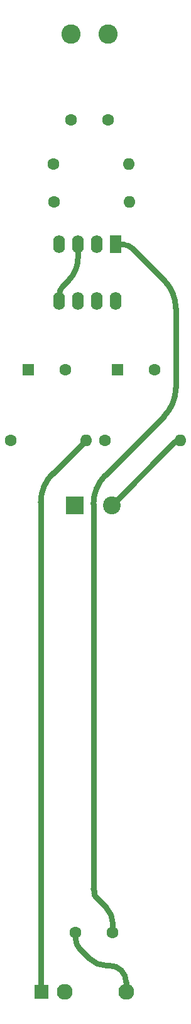
<source format=gbr>
%TF.GenerationSoftware,KiCad,Pcbnew,8.0.2-1*%
%TF.CreationDate,2024-06-20T14:35:33+08:00*%
%TF.ProjectId,troubleSeeker,74726f75-626c-4655-9365-656b65722e6b,rev?*%
%TF.SameCoordinates,Original*%
%TF.FileFunction,Copper,L2,Bot*%
%TF.FilePolarity,Positive*%
%FSLAX46Y46*%
G04 Gerber Fmt 4.6, Leading zero omitted, Abs format (unit mm)*
G04 Created by KiCad (PCBNEW 8.0.2-1) date 2024-06-20 14:35:33*
%MOMM*%
%LPD*%
G01*
G04 APERTURE LIST*
%TA.AperFunction,ComponentPad*%
%ADD10O,1.600000X1.600000*%
%TD*%
%TA.AperFunction,ComponentPad*%
%ADD11C,1.600000*%
%TD*%
%TA.AperFunction,ComponentPad*%
%ADD12C,2.600000*%
%TD*%
%TA.AperFunction,ComponentPad*%
%ADD13R,1.600000X1.600000*%
%TD*%
%TA.AperFunction,ComponentPad*%
%ADD14R,1.600000X2.400000*%
%TD*%
%TA.AperFunction,ComponentPad*%
%ADD15O,1.600000X2.400000*%
%TD*%
%TA.AperFunction,ComponentPad*%
%ADD16C,2.130000*%
%TD*%
%TA.AperFunction,ComponentPad*%
%ADD17R,1.830000X1.930000*%
%TD*%
%TA.AperFunction,ComponentPad*%
%ADD18C,2.400000*%
%TD*%
%TA.AperFunction,ComponentPad*%
%ADD19R,2.400000X2.400000*%
%TD*%
%TA.AperFunction,Conductor*%
%ADD20C,0.800000*%
%TD*%
%TA.AperFunction,Conductor*%
%ADD21C,0.200000*%
%TD*%
G04 APERTURE END LIST*
D10*
%TO.P,R4,2*%
%TO.N,Net-(C3-Pad2)*%
X137180000Y-68000000D03*
D11*
%TO.P,R4,1*%
%TO.N,Net-(U1A--)*%
X127020000Y-68000000D03*
%TD*%
D10*
%TO.P,R3,2*%
%TO.N,Net-(C4-Pad1)*%
X137080000Y-62900000D03*
D11*
%TO.P,R3,1*%
%TO.N,Net-(U1A--)*%
X126920000Y-62900000D03*
%TD*%
D10*
%TO.P,R2,2*%
%TO.N,Net-(BT1--)*%
X144040000Y-100000000D03*
D11*
%TO.P,R2,1*%
%TO.N,/VGND*%
X133880000Y-100000000D03*
%TD*%
D10*
%TO.P,R1,2*%
%TO.N,/VGND*%
X131280000Y-100000000D03*
D11*
%TO.P,R1,1*%
%TO.N,Net-(BT1-+)*%
X121120000Y-100000000D03*
%TD*%
D12*
%TO.P,L1,2,2*%
%TO.N,/VGND*%
X129310000Y-45500000D03*
%TO.P,L1,1,1*%
%TO.N,Net-(C4-Pad2)*%
X134310000Y-45500000D03*
%TD*%
D13*
%TO.P,C2,1*%
%TO.N,/VGND*%
X135500000Y-90500000D03*
D11*
%TO.P,C2,2*%
%TO.N,Net-(BT1--)*%
X140500000Y-90500000D03*
%TD*%
%TO.P,C1,2*%
%TO.N,/VGND*%
X128500000Y-90500000D03*
D13*
%TO.P,C1,1*%
%TO.N,Net-(BT1-+)*%
X123500000Y-90500000D03*
%TD*%
D14*
%TO.P,U1,1*%
%TO.N,Net-(C3-Pad2)*%
X135300000Y-73700000D03*
D15*
%TO.P,U1,2,-*%
%TO.N,Net-(U1A--)*%
X132760000Y-73700000D03*
%TO.P,U1,3,+*%
%TO.N,/VGND*%
X130220000Y-73700000D03*
%TO.P,U1,4,V-*%
%TO.N,Net-(BT1--)*%
X127680000Y-73700000D03*
%TO.P,U1,5,+*%
%TO.N,/VGND*%
X127680000Y-81320000D03*
%TO.P,U1,6,-*%
%TO.N,unconnected-(U1B---Pad6)*%
X130220000Y-81320000D03*
%TO.P,U1,7*%
%TO.N,unconnected-(U1-Pad7)*%
X132760000Y-81320000D03*
%TO.P,U1,8,V+*%
%TO.N,Net-(BT1-+)*%
X135300000Y-81320000D03*
%TD*%
D16*
%TO.P,Audio Out,TN*%
%TO.N,N/C*%
X128400000Y-174000000D03*
%TO.P,Audio Out,T*%
%TO.N,Net-(C3-Pad1)*%
X136700000Y-174000000D03*
D17*
%TO.P,Audio Out,S*%
%TO.N,/VGND*%
X125300000Y-174000000D03*
%TD*%
D11*
%TO.P,C4,2*%
%TO.N,Net-(C4-Pad2)*%
X129310000Y-57000000D03*
%TO.P,C4,1*%
%TO.N,Net-(C4-Pad1)*%
X134310000Y-57000000D03*
%TD*%
%TO.P,C3,2*%
%TO.N,Net-(C3-Pad2)*%
X134900000Y-166100000D03*
%TO.P,C3,1*%
%TO.N,Net-(C3-Pad1)*%
X129900000Y-166100000D03*
%TD*%
D18*
%TO.P,9V Battery,2,-*%
%TO.N,Net-(BT1--)*%
X134750000Y-108700000D03*
D19*
%TO.P,9V Battery,1,+*%
%TO.N,Net-(BT1-+)*%
X129750000Y-108700000D03*
%TD*%
D20*
%TO.N,Net-(C3-Pad1)*%
X129900000Y-166900000D02*
G75*
G03*
X130465679Y-168265691I1931400J0D01*
G01*
X131745405Y-169545405D02*
G75*
G03*
X134050000Y-170499997I2304595J2304605D01*
G01*
X136050000Y-171150000D02*
G75*
G02*
X136699984Y-172719238I-1569200J-1569200D01*
G01*
X136050000Y-171150000D02*
G75*
G03*
X134480761Y-170500016I-1569200J-1569200D01*
G01*
X134050000Y-170500000D02*
X134480761Y-170500000D01*
%TO.N,/VGND*%
X125300000Y-174000000D02*
X125200000Y-173900000D01*
X125200000Y-173900000D02*
X125200000Y-171297918D01*
%TO.N,Net-(C3-Pad1)*%
X129900000Y-166900000D02*
X129900000Y-166100000D01*
X130465685Y-168265685D02*
X131745405Y-169545405D01*
X136700000Y-172719238D02*
X136700000Y-174000000D01*
%TO.N,Net-(C3-Pad2)*%
X133893792Y-104706207D02*
G75*
G03*
X132299959Y-108553963I3847708J-3847793D01*
G01*
X132300000Y-160229289D02*
G75*
G03*
X132349997Y-160350003I170700J-11D01*
G01*
X141806207Y-78506207D02*
G75*
G02*
X143400011Y-82353963I-3847807J-3847793D01*
G01*
X134016116Y-162716116D02*
G75*
G02*
X134899990Y-164850000I-2133916J-2133884D01*
G01*
X137601040Y-74301040D02*
G75*
G03*
X136150000Y-73700005I-1451040J-1451060D01*
G01*
X132400000Y-160750000D02*
G75*
G03*
X132647482Y-161347492I845000J0D01*
G01*
D21*
X132350000Y-160350000D02*
G75*
G02*
X132399996Y-160470710I-120700J-120700D01*
G01*
D20*
X143400000Y-92946036D02*
G75*
G02*
X141806200Y-96793785I-5441600J36D01*
G01*
%TO.N,/VGND*%
X126793792Y-104486207D02*
G75*
G03*
X125199959Y-108333963I3847708J-3847793D01*
G01*
%TO.N,Net-(C3-Pad2)*%
X136150000Y-73700000D02*
X135300000Y-73700000D01*
X141806207Y-78506207D02*
X137601040Y-74301040D01*
X143400000Y-82353963D02*
X143400000Y-92946036D01*
X133893792Y-104706207D02*
X141806207Y-96793792D01*
X132300000Y-108553963D02*
X132300000Y-160229289D01*
X134016116Y-162716116D02*
X132647487Y-161347487D01*
X134900000Y-164850000D02*
X134900000Y-166100000D01*
X132400000Y-160750000D02*
X132400000Y-160470710D01*
%TO.N,/VGND*%
X126793792Y-104486207D02*
X131280000Y-100000000D01*
X125200000Y-108333963D02*
X125200000Y-171097918D01*
X128954278Y-78545720D02*
G75*
G03*
X130220011Y-75490000I-3055678J3055720D01*
G01*
X128210330Y-79289669D02*
G75*
G03*
X127680011Y-80570000I1280370J-1280331D01*
G01*
D21*
%TO.N,Net-(BT1--)*%
X143241403Y-100208596D02*
G75*
G02*
X143745000Y-100000001I503597J-503604D01*
G01*
D20*
X143241403Y-100208596D02*
X134750000Y-108700000D01*
D21*
X143745000Y-100000000D02*
X144040000Y-100000000D01*
D20*
%TO.N,/VGND*%
X130220000Y-75490000D02*
X130220000Y-73700000D01*
X128210330Y-79289669D02*
X128954278Y-78545720D01*
X127680000Y-80570000D02*
X127680000Y-81320000D01*
%TD*%
M02*

</source>
